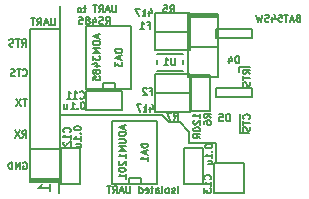
<source format=gbr>
G04 #@! TF.FileFunction,Legend,Bot*
%FSLAX46Y46*%
G04 Gerber Fmt 4.6, Leading zero omitted, Abs format (unit mm)*
G04 Created by KiCad (PCBNEW (after 2015-mar-04 BZR unknown)-product) date 16.05.2015 18:47:26*
%MOMM*%
G01*
G04 APERTURE LIST*
%ADD10C,0.100000*%
%ADD11C,0.150000*%
%ADD12C,0.127000*%
%ADD13C,0.149860*%
G04 APERTURE END LIST*
D10*
D11*
X177500000Y-91400000D02*
X178300000Y-91400000D01*
X177500000Y-89800000D02*
X177500000Y-91400000D01*
X177400000Y-85800000D02*
X177400000Y-86200000D01*
X178400000Y-85800000D02*
X177400000Y-85800000D01*
X167057143Y-80576429D02*
X167057143Y-81062143D01*
X167028571Y-81119286D01*
X167000000Y-81147857D01*
X166942857Y-81176429D01*
X166828571Y-81176429D01*
X166771429Y-81147857D01*
X166742857Y-81119286D01*
X166714286Y-81062143D01*
X166714286Y-80576429D01*
X166457143Y-81005000D02*
X166171429Y-81005000D01*
X166514286Y-81176429D02*
X166314286Y-80576429D01*
X166114286Y-81176429D01*
X165571429Y-81176429D02*
X165771429Y-80890714D01*
X165914286Y-81176429D02*
X165914286Y-80576429D01*
X165685714Y-80576429D01*
X165628572Y-80605000D01*
X165600000Y-80633571D01*
X165571429Y-80690714D01*
X165571429Y-80776429D01*
X165600000Y-80833571D01*
X165628572Y-80862143D01*
X165685714Y-80890714D01*
X165914286Y-80890714D01*
X165400000Y-80576429D02*
X165057143Y-80576429D01*
X165228572Y-81176429D02*
X165228572Y-80576429D01*
X164485714Y-80776429D02*
X164257143Y-80776429D01*
X164400000Y-80576429D02*
X164400000Y-81090714D01*
X164371428Y-81147857D01*
X164314286Y-81176429D01*
X164257143Y-81176429D01*
X163971429Y-81176429D02*
X164028571Y-81147857D01*
X164057143Y-81119286D01*
X164085714Y-81062143D01*
X164085714Y-80890714D01*
X164057143Y-80833571D01*
X164028571Y-80805000D01*
X163971429Y-80776429D01*
X163885714Y-80776429D01*
X163828571Y-80805000D01*
X163800000Y-80833571D01*
X163771429Y-80890714D01*
X163771429Y-81062143D01*
X163800000Y-81119286D01*
X163828571Y-81147857D01*
X163885714Y-81176429D01*
X163971429Y-81176429D01*
X166157144Y-82166429D02*
X166357144Y-81880714D01*
X166500001Y-82166429D02*
X166500001Y-81566429D01*
X166271429Y-81566429D01*
X166214287Y-81595000D01*
X166185715Y-81623571D01*
X166157144Y-81680714D01*
X166157144Y-81766429D01*
X166185715Y-81823571D01*
X166214287Y-81852143D01*
X166271429Y-81880714D01*
X166500001Y-81880714D01*
X165928572Y-82137857D02*
X165842858Y-82166429D01*
X165700001Y-82166429D01*
X165642858Y-82137857D01*
X165614287Y-82109286D01*
X165585715Y-82052143D01*
X165585715Y-81995000D01*
X165614287Y-81937857D01*
X165642858Y-81909286D01*
X165700001Y-81880714D01*
X165814287Y-81852143D01*
X165871429Y-81823571D01*
X165900001Y-81795000D01*
X165928572Y-81737857D01*
X165928572Y-81680714D01*
X165900001Y-81623571D01*
X165871429Y-81595000D01*
X165814287Y-81566429D01*
X165671429Y-81566429D01*
X165585715Y-81595000D01*
X165071429Y-81766429D02*
X165071429Y-82166429D01*
X165214286Y-81537857D02*
X165357143Y-81966429D01*
X164985715Y-81966429D01*
X164671429Y-81823571D02*
X164728571Y-81795000D01*
X164757143Y-81766429D01*
X164785714Y-81709286D01*
X164785714Y-81680714D01*
X164757143Y-81623571D01*
X164728571Y-81595000D01*
X164671429Y-81566429D01*
X164557143Y-81566429D01*
X164500000Y-81595000D01*
X164471429Y-81623571D01*
X164442857Y-81680714D01*
X164442857Y-81709286D01*
X164471429Y-81766429D01*
X164500000Y-81795000D01*
X164557143Y-81823571D01*
X164671429Y-81823571D01*
X164728571Y-81852143D01*
X164757143Y-81880714D01*
X164785714Y-81937857D01*
X164785714Y-82052143D01*
X164757143Y-82109286D01*
X164728571Y-82137857D01*
X164671429Y-82166429D01*
X164557143Y-82166429D01*
X164500000Y-82137857D01*
X164471429Y-82109286D01*
X164442857Y-82052143D01*
X164442857Y-81937857D01*
X164471429Y-81880714D01*
X164500000Y-81852143D01*
X164557143Y-81823571D01*
X163900000Y-81566429D02*
X164185714Y-81566429D01*
X164214285Y-81852143D01*
X164185714Y-81823571D01*
X164128571Y-81795000D01*
X163985714Y-81795000D01*
X163928571Y-81823571D01*
X163900000Y-81852143D01*
X163871428Y-81909286D01*
X163871428Y-82052143D01*
X163900000Y-82109286D01*
X163928571Y-82137857D01*
X163985714Y-82166429D01*
X164128571Y-82166429D01*
X164185714Y-82137857D01*
X164214285Y-82109286D01*
X162300000Y-82600000D02*
X162300000Y-80600000D01*
X172271428Y-96471429D02*
X172271428Y-95871429D01*
X172014285Y-96442857D02*
X171957142Y-96471429D01*
X171842857Y-96471429D01*
X171785714Y-96442857D01*
X171757142Y-96385714D01*
X171757142Y-96357143D01*
X171785714Y-96300000D01*
X171842857Y-96271429D01*
X171928571Y-96271429D01*
X171985714Y-96242857D01*
X172014285Y-96185714D01*
X172014285Y-96157143D01*
X171985714Y-96100000D01*
X171928571Y-96071429D01*
X171842857Y-96071429D01*
X171785714Y-96100000D01*
X171414286Y-96471429D02*
X171471428Y-96442857D01*
X171500000Y-96414286D01*
X171528571Y-96357143D01*
X171528571Y-96185714D01*
X171500000Y-96128571D01*
X171471428Y-96100000D01*
X171414286Y-96071429D01*
X171328571Y-96071429D01*
X171271428Y-96100000D01*
X171242857Y-96128571D01*
X171214286Y-96185714D01*
X171214286Y-96357143D01*
X171242857Y-96414286D01*
X171271428Y-96442857D01*
X171328571Y-96471429D01*
X171414286Y-96471429D01*
X170871429Y-96471429D02*
X170928571Y-96442857D01*
X170957143Y-96385714D01*
X170957143Y-95871429D01*
X170385714Y-96471429D02*
X170385714Y-96157143D01*
X170414285Y-96100000D01*
X170471428Y-96071429D01*
X170585714Y-96071429D01*
X170642857Y-96100000D01*
X170385714Y-96442857D02*
X170442857Y-96471429D01*
X170585714Y-96471429D01*
X170642857Y-96442857D01*
X170671428Y-96385714D01*
X170671428Y-96328571D01*
X170642857Y-96271429D01*
X170585714Y-96242857D01*
X170442857Y-96242857D01*
X170385714Y-96214286D01*
X170185714Y-96071429D02*
X169957143Y-96071429D01*
X170100000Y-95871429D02*
X170100000Y-96385714D01*
X170071428Y-96442857D01*
X170014286Y-96471429D01*
X169957143Y-96471429D01*
X169528571Y-96442857D02*
X169585714Y-96471429D01*
X169700000Y-96471429D01*
X169757143Y-96442857D01*
X169785714Y-96385714D01*
X169785714Y-96157143D01*
X169757143Y-96100000D01*
X169700000Y-96071429D01*
X169585714Y-96071429D01*
X169528571Y-96100000D01*
X169500000Y-96157143D01*
X169500000Y-96214286D01*
X169785714Y-96271429D01*
X168985714Y-96471429D02*
X168985714Y-95871429D01*
X168985714Y-96442857D02*
X169042857Y-96471429D01*
X169157143Y-96471429D01*
X169214285Y-96442857D01*
X169242857Y-96414286D01*
X169271428Y-96357143D01*
X169271428Y-96185714D01*
X169242857Y-96128571D01*
X169214285Y-96100000D01*
X169157143Y-96071429D01*
X169042857Y-96071429D01*
X168985714Y-96100000D01*
X168242857Y-95871429D02*
X168242857Y-96357143D01*
X168214285Y-96414286D01*
X168185714Y-96442857D01*
X168128571Y-96471429D01*
X168014285Y-96471429D01*
X167957143Y-96442857D01*
X167928571Y-96414286D01*
X167900000Y-96357143D01*
X167900000Y-95871429D01*
X167642857Y-96300000D02*
X167357143Y-96300000D01*
X167700000Y-96471429D02*
X167500000Y-95871429D01*
X167300000Y-96471429D01*
X166757143Y-96471429D02*
X166957143Y-96185714D01*
X167100000Y-96471429D02*
X167100000Y-95871429D01*
X166871428Y-95871429D01*
X166814286Y-95900000D01*
X166785714Y-95928571D01*
X166757143Y-95985714D01*
X166757143Y-96071429D01*
X166785714Y-96128571D01*
X166814286Y-96157143D01*
X166871428Y-96185714D01*
X167100000Y-96185714D01*
X166585714Y-95871429D02*
X166242857Y-95871429D01*
X166414286Y-96471429D02*
X166414286Y-95871429D01*
X175500000Y-92200000D02*
X175500000Y-93900000D01*
X173200000Y-92200000D02*
X175500000Y-92200000D01*
X173200000Y-91300000D02*
X173200000Y-92200000D01*
X172400000Y-90500000D02*
X173200000Y-91300000D01*
X171500000Y-90500000D02*
X172400000Y-90500000D01*
X170900000Y-89900000D02*
X171500000Y-90500000D01*
X162300000Y-89900000D02*
X170900000Y-89900000D01*
X162200000Y-96500000D02*
X162200000Y-95500000D01*
X159157142Y-93900000D02*
X159214285Y-93871429D01*
X159299999Y-93871429D01*
X159385714Y-93900000D01*
X159442856Y-93957143D01*
X159471428Y-94014286D01*
X159499999Y-94128571D01*
X159499999Y-94214286D01*
X159471428Y-94328571D01*
X159442856Y-94385714D01*
X159385714Y-94442857D01*
X159299999Y-94471429D01*
X159242856Y-94471429D01*
X159157142Y-94442857D01*
X159128571Y-94414286D01*
X159128571Y-94214286D01*
X159242856Y-94214286D01*
X158871428Y-94471429D02*
X158871428Y-93871429D01*
X158528571Y-94471429D01*
X158528571Y-93871429D01*
X158242857Y-94471429D02*
X158242857Y-93871429D01*
X158100000Y-93871429D01*
X158014285Y-93900000D01*
X157957143Y-93957143D01*
X157928571Y-94014286D01*
X157900000Y-94128571D01*
X157900000Y-94214286D01*
X157928571Y-94328571D01*
X157957143Y-94385714D01*
X158014285Y-94442857D01*
X158100000Y-94471429D01*
X158242857Y-94471429D01*
X159100000Y-91771429D02*
X159300000Y-91485714D01*
X159442857Y-91771429D02*
X159442857Y-91171429D01*
X159214285Y-91171429D01*
X159157143Y-91200000D01*
X159128571Y-91228571D01*
X159100000Y-91285714D01*
X159100000Y-91371429D01*
X159128571Y-91428571D01*
X159157143Y-91457143D01*
X159214285Y-91485714D01*
X159442857Y-91485714D01*
X158900000Y-91171429D02*
X158500000Y-91771429D01*
X158500000Y-91171429D02*
X158900000Y-91771429D01*
X159457143Y-88471429D02*
X159114286Y-88471429D01*
X159285715Y-89071429D02*
X159285715Y-88471429D01*
X158971429Y-88471429D02*
X158571429Y-89071429D01*
X158571429Y-88471429D02*
X158971429Y-89071429D01*
X159128572Y-86514286D02*
X159157143Y-86542857D01*
X159242857Y-86571429D01*
X159300000Y-86571429D01*
X159385715Y-86542857D01*
X159442857Y-86485714D01*
X159471429Y-86428571D01*
X159500000Y-86314286D01*
X159500000Y-86228571D01*
X159471429Y-86114286D01*
X159442857Y-86057143D01*
X159385715Y-86000000D01*
X159300000Y-85971429D01*
X159242857Y-85971429D01*
X159157143Y-86000000D01*
X159128572Y-86028571D01*
X158957143Y-85971429D02*
X158614286Y-85971429D01*
X158785715Y-86571429D02*
X158785715Y-85971429D01*
X158442857Y-86542857D02*
X158357143Y-86571429D01*
X158214286Y-86571429D01*
X158157143Y-86542857D01*
X158128572Y-86514286D01*
X158100000Y-86457143D01*
X158100000Y-86400000D01*
X158128572Y-86342857D01*
X158157143Y-86314286D01*
X158214286Y-86285714D01*
X158328572Y-86257143D01*
X158385714Y-86228571D01*
X158414286Y-86200000D01*
X158442857Y-86142857D01*
X158442857Y-86085714D01*
X158414286Y-86028571D01*
X158385714Y-86000000D01*
X158328572Y-85971429D01*
X158185714Y-85971429D01*
X158100000Y-86000000D01*
X159028572Y-84071429D02*
X159228572Y-83785714D01*
X159371429Y-84071429D02*
X159371429Y-83471429D01*
X159142857Y-83471429D01*
X159085715Y-83500000D01*
X159057143Y-83528571D01*
X159028572Y-83585714D01*
X159028572Y-83671429D01*
X159057143Y-83728571D01*
X159085715Y-83757143D01*
X159142857Y-83785714D01*
X159371429Y-83785714D01*
X158857143Y-83471429D02*
X158514286Y-83471429D01*
X158685715Y-84071429D02*
X158685715Y-83471429D01*
X158342857Y-84042857D02*
X158257143Y-84071429D01*
X158114286Y-84071429D01*
X158057143Y-84042857D01*
X158028572Y-84014286D01*
X158000000Y-83957143D01*
X158000000Y-83900000D01*
X158028572Y-83842857D01*
X158057143Y-83814286D01*
X158114286Y-83785714D01*
X158228572Y-83757143D01*
X158285714Y-83728571D01*
X158314286Y-83700000D01*
X158342857Y-83642857D01*
X158342857Y-83585714D01*
X158314286Y-83528571D01*
X158285714Y-83500000D01*
X158228572Y-83471429D01*
X158085714Y-83471429D01*
X158000000Y-83500000D01*
X161857143Y-81671429D02*
X161857143Y-82157143D01*
X161828571Y-82214286D01*
X161800000Y-82242857D01*
X161742857Y-82271429D01*
X161628571Y-82271429D01*
X161571429Y-82242857D01*
X161542857Y-82214286D01*
X161514286Y-82157143D01*
X161514286Y-81671429D01*
X161257143Y-82100000D02*
X160971429Y-82100000D01*
X161314286Y-82271429D02*
X161114286Y-81671429D01*
X160914286Y-82271429D01*
X160371429Y-82271429D02*
X160571429Y-81985714D01*
X160714286Y-82271429D02*
X160714286Y-81671429D01*
X160485714Y-81671429D01*
X160428572Y-81700000D01*
X160400000Y-81728571D01*
X160371429Y-81785714D01*
X160371429Y-81871429D01*
X160400000Y-81928571D01*
X160428572Y-81957143D01*
X160485714Y-81985714D01*
X160714286Y-81985714D01*
X160200000Y-81671429D02*
X159857143Y-81671429D01*
X160028572Y-82271429D02*
X160028572Y-81671429D01*
X178314286Y-90171428D02*
X178342857Y-90142857D01*
X178371429Y-90057143D01*
X178371429Y-90000000D01*
X178342857Y-89914285D01*
X178285714Y-89857143D01*
X178228571Y-89828571D01*
X178114286Y-89800000D01*
X178028571Y-89800000D01*
X177914286Y-89828571D01*
X177857143Y-89857143D01*
X177800000Y-89914285D01*
X177771429Y-90000000D01*
X177771429Y-90057143D01*
X177800000Y-90142857D01*
X177828571Y-90171428D01*
X177771429Y-90342857D02*
X177771429Y-90685714D01*
X178371429Y-90514285D02*
X177771429Y-90514285D01*
X178342857Y-90857143D02*
X178371429Y-90942857D01*
X178371429Y-91085714D01*
X178342857Y-91142857D01*
X178314286Y-91171428D01*
X178257143Y-91200000D01*
X178200000Y-91200000D01*
X178142857Y-91171428D01*
X178114286Y-91142857D01*
X178085714Y-91085714D01*
X178057143Y-90971428D01*
X178028571Y-90914286D01*
X178000000Y-90885714D01*
X177942857Y-90857143D01*
X177885714Y-90857143D01*
X177828571Y-90885714D01*
X177800000Y-90914286D01*
X177771429Y-90971428D01*
X177771429Y-91114286D01*
X177800000Y-91200000D01*
X178371429Y-86371428D02*
X178085714Y-86171428D01*
X178371429Y-86028571D02*
X177771429Y-86028571D01*
X177771429Y-86257143D01*
X177800000Y-86314285D01*
X177828571Y-86342857D01*
X177885714Y-86371428D01*
X177971429Y-86371428D01*
X178028571Y-86342857D01*
X178057143Y-86314285D01*
X178085714Y-86257143D01*
X178085714Y-86028571D01*
X177771429Y-86542857D02*
X177771429Y-86885714D01*
X178371429Y-86714285D02*
X177771429Y-86714285D01*
X178342857Y-87057143D02*
X178371429Y-87142857D01*
X178371429Y-87285714D01*
X178342857Y-87342857D01*
X178314286Y-87371428D01*
X178257143Y-87400000D01*
X178200000Y-87400000D01*
X178142857Y-87371428D01*
X178114286Y-87342857D01*
X178085714Y-87285714D01*
X178057143Y-87171428D01*
X178028571Y-87114286D01*
X178000000Y-87085714D01*
X177942857Y-87057143D01*
X177885714Y-87057143D01*
X177828571Y-87085714D01*
X177800000Y-87114286D01*
X177771429Y-87171428D01*
X177771429Y-87314286D01*
X177800000Y-87400000D01*
X167500000Y-88600000D02*
X167500000Y-87800000D01*
X167500000Y-87800000D02*
X164500000Y-87800000D01*
X164500000Y-87800000D02*
X164500000Y-89400000D01*
X164500000Y-89400000D02*
X167500000Y-89400000D01*
X167500000Y-89400000D02*
X167500000Y-88600000D01*
X163200000Y-92700000D02*
X162400000Y-92700000D01*
X162400000Y-92700000D02*
X162400000Y-95700000D01*
X162400000Y-95700000D02*
X164000000Y-95700000D01*
X164000000Y-95700000D02*
X164000000Y-92700000D01*
X164000000Y-92700000D02*
X163200000Y-92700000D01*
X173600000Y-92700000D02*
X172800000Y-92700000D01*
X172800000Y-92700000D02*
X172800000Y-95700000D01*
X172800000Y-95700000D02*
X174400000Y-95700000D01*
X174400000Y-95700000D02*
X174400000Y-92700000D01*
X174400000Y-92700000D02*
X173600000Y-92700000D01*
D12*
X178524000Y-82619000D02*
X175476000Y-82619000D01*
X175476000Y-82619000D02*
X175476000Y-83381000D01*
X175476000Y-83381000D02*
X178524000Y-83381000D01*
X178524000Y-83381000D02*
X178524000Y-82619000D01*
X175476000Y-88381000D02*
X178524000Y-88381000D01*
X178524000Y-88381000D02*
X178524000Y-87619000D01*
X178524000Y-87619000D02*
X175476000Y-87619000D01*
X175476000Y-87619000D02*
X175476000Y-88381000D01*
X166822000Y-95667000D02*
X166695000Y-95667000D01*
X166695000Y-95667000D02*
X166695000Y-90333000D01*
X170505000Y-90333000D02*
X170505000Y-95667000D01*
X170505000Y-95667000D02*
X166822000Y-95667000D01*
X169108000Y-95667000D02*
X169108000Y-95159000D01*
X169108000Y-95159000D02*
X168092000Y-95159000D01*
X168092000Y-95159000D02*
X168092000Y-95667000D01*
X170505000Y-90333000D02*
X166695000Y-90333000D01*
X164622000Y-87667000D02*
X164495000Y-87667000D01*
X164495000Y-87667000D02*
X164495000Y-82333000D01*
X168305000Y-82333000D02*
X168305000Y-87667000D01*
X168305000Y-87667000D02*
X164622000Y-87667000D01*
X166908000Y-87667000D02*
X166908000Y-87159000D01*
X166908000Y-87159000D02*
X165892000Y-87159000D01*
X165892000Y-87159000D02*
X165892000Y-87667000D01*
X168305000Y-82333000D02*
X164495000Y-82333000D01*
D11*
X173300000Y-83600000D02*
X173300000Y-82800000D01*
X173300000Y-82800000D02*
X170300000Y-82800000D01*
X170300000Y-82800000D02*
X170300000Y-84400000D01*
X170300000Y-84400000D02*
X173300000Y-84400000D01*
X173300000Y-84400000D02*
X173300000Y-83600000D01*
X173300000Y-87200000D02*
X173300000Y-86400000D01*
X173300000Y-86400000D02*
X170300000Y-86400000D01*
X170300000Y-86400000D02*
X170300000Y-88000000D01*
X170300000Y-88000000D02*
X173300000Y-88000000D01*
X173300000Y-88000000D02*
X173300000Y-87200000D01*
X174200000Y-86500000D02*
X173400000Y-86500000D01*
X173400000Y-86500000D02*
X173400000Y-89500000D01*
X173400000Y-89500000D02*
X175000000Y-89500000D01*
X175000000Y-89500000D02*
X175000000Y-86500000D01*
X175000000Y-86500000D02*
X174200000Y-86500000D01*
D13*
X170500180Y-84698960D02*
X172699820Y-84698960D01*
X172699820Y-85549860D02*
X172699820Y-85250140D01*
X170500180Y-86101040D02*
X172699820Y-86101040D01*
X170500180Y-85549860D02*
X170500180Y-85250140D01*
D11*
X162270000Y-85110000D02*
X162270000Y-82570000D01*
X162270000Y-82570000D02*
X159730000Y-82570000D01*
X159730000Y-82570000D02*
X159730000Y-85110000D01*
X159730000Y-92730000D02*
X162270000Y-92730000D01*
X159730000Y-95524000D02*
X159730000Y-85110000D01*
X162270000Y-85110000D02*
X162270000Y-95524000D01*
X162270000Y-95524000D02*
X159730000Y-95524000D01*
X159730000Y-95524000D02*
X159730000Y-95397000D01*
X159730000Y-95397000D02*
X162270000Y-95397000D01*
X162270000Y-95397000D02*
X162270000Y-95270000D01*
X162270000Y-95270000D02*
X159730000Y-95270000D01*
X175330000Y-93930000D02*
X177870000Y-93930000D01*
X177870000Y-93930000D02*
X177870000Y-96470000D01*
X177870000Y-96470000D02*
X175330000Y-96470000D01*
X175330000Y-96470000D02*
X175330000Y-93930000D01*
X170300000Y-82000000D02*
X170300000Y-82800000D01*
X170300000Y-82800000D02*
X173300000Y-82800000D01*
X173300000Y-82800000D02*
X173300000Y-81200000D01*
X173300000Y-81200000D02*
X170300000Y-81200000D01*
X170300000Y-81200000D02*
X170300000Y-82000000D01*
X173300000Y-88800000D02*
X173300000Y-88000000D01*
X173300000Y-88000000D02*
X170300000Y-88000000D01*
X170300000Y-88000000D02*
X170300000Y-89600000D01*
X170300000Y-89600000D02*
X173300000Y-89600000D01*
X173300000Y-89600000D02*
X173300000Y-88800000D01*
X175670000Y-84070000D02*
X173130000Y-84070000D01*
X175670000Y-81276000D02*
X175670000Y-86610000D01*
X175670000Y-86610000D02*
X173130000Y-86610000D01*
X173130000Y-86610000D02*
X173130000Y-81276000D01*
X173130000Y-81276000D02*
X175670000Y-81276000D01*
X175670000Y-81276000D02*
X175670000Y-81403000D01*
X175670000Y-81403000D02*
X173130000Y-81403000D01*
X173130000Y-81403000D02*
X173130000Y-81530000D01*
X173130000Y-81530000D02*
X175670000Y-81530000D01*
X163985715Y-88414286D02*
X164014286Y-88442857D01*
X164100000Y-88471429D01*
X164157143Y-88471429D01*
X164242858Y-88442857D01*
X164300000Y-88385714D01*
X164328572Y-88328571D01*
X164357143Y-88214286D01*
X164357143Y-88128571D01*
X164328572Y-88014286D01*
X164300000Y-87957143D01*
X164242858Y-87900000D01*
X164157143Y-87871429D01*
X164100000Y-87871429D01*
X164014286Y-87900000D01*
X163985715Y-87928571D01*
X163414286Y-88471429D02*
X163757143Y-88471429D01*
X163585715Y-88471429D02*
X163585715Y-87871429D01*
X163642858Y-87957143D01*
X163700000Y-88014286D01*
X163757143Y-88042857D01*
X162842857Y-88471429D02*
X163185714Y-88471429D01*
X163014286Y-88471429D02*
X163014286Y-87871429D01*
X163071429Y-87957143D01*
X163128571Y-88014286D01*
X163185714Y-88042857D01*
X164228571Y-88771429D02*
X164171428Y-88771429D01*
X164114285Y-88800000D01*
X164085714Y-88828571D01*
X164057143Y-88885714D01*
X164028571Y-89000000D01*
X164028571Y-89142857D01*
X164057143Y-89257143D01*
X164085714Y-89314286D01*
X164114285Y-89342857D01*
X164171428Y-89371429D01*
X164228571Y-89371429D01*
X164285714Y-89342857D01*
X164314285Y-89314286D01*
X164342857Y-89257143D01*
X164371428Y-89142857D01*
X164371428Y-89000000D01*
X164342857Y-88885714D01*
X164314285Y-88828571D01*
X164285714Y-88800000D01*
X164228571Y-88771429D01*
X163771428Y-89314286D02*
X163742856Y-89342857D01*
X163771428Y-89371429D01*
X163799999Y-89342857D01*
X163771428Y-89314286D01*
X163771428Y-89371429D01*
X163171428Y-89371429D02*
X163514285Y-89371429D01*
X163342857Y-89371429D02*
X163342857Y-88771429D01*
X163400000Y-88857143D01*
X163457142Y-88914286D01*
X163514285Y-88942857D01*
X162657142Y-88971429D02*
X162657142Y-89371429D01*
X162914285Y-88971429D02*
X162914285Y-89285714D01*
X162885713Y-89342857D01*
X162828571Y-89371429D01*
X162742856Y-89371429D01*
X162685713Y-89342857D01*
X162657142Y-89314286D01*
X163114286Y-91314285D02*
X163142857Y-91285714D01*
X163171429Y-91200000D01*
X163171429Y-91142857D01*
X163142857Y-91057142D01*
X163085714Y-91000000D01*
X163028571Y-90971428D01*
X162914286Y-90942857D01*
X162828571Y-90942857D01*
X162714286Y-90971428D01*
X162657143Y-91000000D01*
X162600000Y-91057142D01*
X162571429Y-91142857D01*
X162571429Y-91200000D01*
X162600000Y-91285714D01*
X162628571Y-91314285D01*
X163171429Y-91885714D02*
X163171429Y-91542857D01*
X163171429Y-91714285D02*
X162571429Y-91714285D01*
X162657143Y-91657142D01*
X162714286Y-91600000D01*
X162742857Y-91542857D01*
X162628571Y-92114286D02*
X162600000Y-92142857D01*
X162571429Y-92200000D01*
X162571429Y-92342857D01*
X162600000Y-92400000D01*
X162628571Y-92428571D01*
X162685714Y-92457143D01*
X162742857Y-92457143D01*
X162828571Y-92428571D01*
X163171429Y-92085714D01*
X163171429Y-92457143D01*
X163471429Y-90971429D02*
X163471429Y-91028572D01*
X163500000Y-91085715D01*
X163528571Y-91114286D01*
X163585714Y-91142857D01*
X163700000Y-91171429D01*
X163842857Y-91171429D01*
X163957143Y-91142857D01*
X164014286Y-91114286D01*
X164042857Y-91085715D01*
X164071429Y-91028572D01*
X164071429Y-90971429D01*
X164042857Y-90914286D01*
X164014286Y-90885715D01*
X163957143Y-90857143D01*
X163842857Y-90828572D01*
X163700000Y-90828572D01*
X163585714Y-90857143D01*
X163528571Y-90885715D01*
X163500000Y-90914286D01*
X163471429Y-90971429D01*
X164014286Y-91428572D02*
X164042857Y-91457144D01*
X164071429Y-91428572D01*
X164042857Y-91400001D01*
X164014286Y-91428572D01*
X164071429Y-91428572D01*
X164071429Y-92028572D02*
X164071429Y-91685715D01*
X164071429Y-91857143D02*
X163471429Y-91857143D01*
X163557143Y-91800000D01*
X163614286Y-91742858D01*
X163642857Y-91685715D01*
X163671429Y-92542858D02*
X164071429Y-92542858D01*
X163671429Y-92285715D02*
X163985714Y-92285715D01*
X164042857Y-92314287D01*
X164071429Y-92371429D01*
X164071429Y-92457144D01*
X164042857Y-92514287D01*
X164014286Y-92542858D01*
X175014286Y-95314285D02*
X175042857Y-95285714D01*
X175071429Y-95200000D01*
X175071429Y-95142857D01*
X175042857Y-95057142D01*
X174985714Y-95000000D01*
X174928571Y-94971428D01*
X174814286Y-94942857D01*
X174728571Y-94942857D01*
X174614286Y-94971428D01*
X174557143Y-95000000D01*
X174500000Y-95057142D01*
X174471429Y-95142857D01*
X174471429Y-95200000D01*
X174500000Y-95285714D01*
X174528571Y-95314285D01*
X175071429Y-95885714D02*
X175071429Y-95542857D01*
X175071429Y-95714285D02*
X174471429Y-95714285D01*
X174557143Y-95657142D01*
X174614286Y-95600000D01*
X174642857Y-95542857D01*
X174471429Y-96085714D02*
X174471429Y-96457143D01*
X174700000Y-96257143D01*
X174700000Y-96342857D01*
X174728571Y-96400000D01*
X174757143Y-96428571D01*
X174814286Y-96457143D01*
X174957143Y-96457143D01*
X175014286Y-96428571D01*
X175042857Y-96400000D01*
X175071429Y-96342857D01*
X175071429Y-96171429D01*
X175042857Y-96114286D01*
X175014286Y-96085714D01*
X174571429Y-92471429D02*
X174571429Y-92528572D01*
X174600000Y-92585715D01*
X174628571Y-92614286D01*
X174685714Y-92642857D01*
X174800000Y-92671429D01*
X174942857Y-92671429D01*
X175057143Y-92642857D01*
X175114286Y-92614286D01*
X175142857Y-92585715D01*
X175171429Y-92528572D01*
X175171429Y-92471429D01*
X175142857Y-92414286D01*
X175114286Y-92385715D01*
X175057143Y-92357143D01*
X174942857Y-92328572D01*
X174800000Y-92328572D01*
X174685714Y-92357143D01*
X174628571Y-92385715D01*
X174600000Y-92414286D01*
X174571429Y-92471429D01*
X175114286Y-92928572D02*
X175142857Y-92957144D01*
X175171429Y-92928572D01*
X175142857Y-92900001D01*
X175114286Y-92928572D01*
X175171429Y-92928572D01*
X175171429Y-93528572D02*
X175171429Y-93185715D01*
X175171429Y-93357143D02*
X174571429Y-93357143D01*
X174657143Y-93300000D01*
X174714286Y-93242858D01*
X174742857Y-93185715D01*
X174771429Y-94042858D02*
X175171429Y-94042858D01*
X174771429Y-93785715D02*
X175085714Y-93785715D01*
X175142857Y-93814287D01*
X175171429Y-93871429D01*
X175171429Y-93957144D01*
X175142857Y-94014287D01*
X175114286Y-94042858D01*
X177442857Y-85471429D02*
X177442857Y-84871429D01*
X177300000Y-84871429D01*
X177214285Y-84900000D01*
X177157143Y-84957143D01*
X177128571Y-85014286D01*
X177100000Y-85128571D01*
X177100000Y-85214286D01*
X177128571Y-85328571D01*
X177157143Y-85385714D01*
X177214285Y-85442857D01*
X177300000Y-85471429D01*
X177442857Y-85471429D01*
X176585714Y-85071429D02*
X176585714Y-85471429D01*
X176728571Y-84842857D02*
X176871428Y-85271429D01*
X176500000Y-85271429D01*
D13*
X182441323Y-81657183D02*
X182355689Y-81685728D01*
X182327144Y-81714272D01*
X182298599Y-81771362D01*
X182298599Y-81856996D01*
X182327144Y-81914086D01*
X182355689Y-81942630D01*
X182412778Y-81971175D01*
X182641136Y-81971175D01*
X182641136Y-81371735D01*
X182441323Y-81371735D01*
X182384233Y-81400280D01*
X182355689Y-81428825D01*
X182327144Y-81485914D01*
X182327144Y-81543004D01*
X182355689Y-81600093D01*
X182384233Y-81628638D01*
X182441323Y-81657183D01*
X182641136Y-81657183D01*
X182070241Y-81799907D02*
X181784793Y-81799907D01*
X182127330Y-81971175D02*
X181927517Y-81371735D01*
X181727704Y-81971175D01*
X181613524Y-81371735D02*
X181270987Y-81371735D01*
X181442256Y-81971175D02*
X181442256Y-81371735D01*
X180785727Y-81371735D02*
X181071174Y-81371735D01*
X181099719Y-81657183D01*
X181071174Y-81628638D01*
X181014085Y-81600093D01*
X180871361Y-81600093D01*
X180814271Y-81628638D01*
X180785727Y-81657183D01*
X180757182Y-81714272D01*
X180757182Y-81856996D01*
X180785727Y-81914086D01*
X180814271Y-81942630D01*
X180871361Y-81971175D01*
X181014085Y-81971175D01*
X181071174Y-81942630D01*
X181099719Y-81914086D01*
X180243376Y-81571549D02*
X180243376Y-81971175D01*
X180386100Y-81343190D02*
X180528824Y-81771362D01*
X180157742Y-81771362D01*
X179957929Y-81942630D02*
X179872295Y-81971175D01*
X179729571Y-81971175D01*
X179672481Y-81942630D01*
X179643937Y-81914086D01*
X179615392Y-81856996D01*
X179615392Y-81799907D01*
X179643937Y-81742817D01*
X179672481Y-81714272D01*
X179729571Y-81685728D01*
X179843750Y-81657183D01*
X179900839Y-81628638D01*
X179929384Y-81600093D01*
X179957929Y-81543004D01*
X179957929Y-81485914D01*
X179929384Y-81428825D01*
X179900839Y-81400280D01*
X179843750Y-81371735D01*
X179701026Y-81371735D01*
X179615392Y-81400280D01*
X179415579Y-81371735D02*
X179272855Y-81971175D01*
X179158676Y-81543004D01*
X179044497Y-81971175D01*
X178901773Y-81371735D01*
D11*
X176642857Y-90371429D02*
X176642857Y-89771429D01*
X176500000Y-89771429D01*
X176414285Y-89800000D01*
X176357143Y-89857143D01*
X176328571Y-89914286D01*
X176300000Y-90028571D01*
X176300000Y-90114286D01*
X176328571Y-90228571D01*
X176357143Y-90285714D01*
X176414285Y-90342857D01*
X176500000Y-90371429D01*
X176642857Y-90371429D01*
X175757143Y-89771429D02*
X176042857Y-89771429D01*
X176071428Y-90057143D01*
X176042857Y-90028571D01*
X175985714Y-90000000D01*
X175842857Y-90000000D01*
X175785714Y-90028571D01*
X175757143Y-90057143D01*
X175728571Y-90114286D01*
X175728571Y-90257143D01*
X175757143Y-90314286D01*
X175785714Y-90342857D01*
X175842857Y-90371429D01*
X175985714Y-90371429D01*
X176042857Y-90342857D01*
X176071428Y-90314286D01*
X169760429Y-92300000D02*
X169160429Y-92300000D01*
X169160429Y-92442857D01*
X169189000Y-92528572D01*
X169246143Y-92585714D01*
X169303286Y-92614286D01*
X169417571Y-92642857D01*
X169503286Y-92642857D01*
X169617571Y-92614286D01*
X169674714Y-92585714D01*
X169731857Y-92528572D01*
X169760429Y-92442857D01*
X169760429Y-92300000D01*
X169589000Y-92871429D02*
X169589000Y-93157143D01*
X169760429Y-92814286D02*
X169160429Y-93014286D01*
X169760429Y-93214286D01*
X169760429Y-93728572D02*
X169760429Y-93385715D01*
X169760429Y-93557143D02*
X169160429Y-93557143D01*
X169246143Y-93500000D01*
X169303286Y-93442858D01*
X169331857Y-93385715D01*
X167684000Y-90757143D02*
X167684000Y-91042857D01*
X167855429Y-90700000D02*
X167255429Y-90900000D01*
X167855429Y-91100000D01*
X167855429Y-91300000D02*
X167255429Y-91300000D01*
X167255429Y-91442857D01*
X167284000Y-91528572D01*
X167341143Y-91585714D01*
X167398286Y-91614286D01*
X167512571Y-91642857D01*
X167598286Y-91642857D01*
X167712571Y-91614286D01*
X167769714Y-91585714D01*
X167826857Y-91528572D01*
X167855429Y-91442857D01*
X167855429Y-91300000D01*
X167255429Y-91900000D02*
X167741143Y-91900000D01*
X167798286Y-91928572D01*
X167826857Y-91957143D01*
X167855429Y-92014286D01*
X167855429Y-92128572D01*
X167826857Y-92185714D01*
X167798286Y-92214286D01*
X167741143Y-92242857D01*
X167255429Y-92242857D01*
X167855429Y-92528571D02*
X167255429Y-92528571D01*
X167684000Y-92728571D01*
X167255429Y-92928571D01*
X167855429Y-92928571D01*
X167855429Y-93528571D02*
X167855429Y-93185714D01*
X167855429Y-93357142D02*
X167255429Y-93357142D01*
X167341143Y-93299999D01*
X167398286Y-93242857D01*
X167426857Y-93185714D01*
X167312571Y-93757143D02*
X167284000Y-93785714D01*
X167255429Y-93842857D01*
X167255429Y-93985714D01*
X167284000Y-94042857D01*
X167312571Y-94071428D01*
X167369714Y-94100000D01*
X167426857Y-94100000D01*
X167512571Y-94071428D01*
X167855429Y-93728571D01*
X167855429Y-94100000D01*
X167255429Y-94471429D02*
X167255429Y-94528572D01*
X167284000Y-94585715D01*
X167312571Y-94614286D01*
X167369714Y-94642857D01*
X167484000Y-94671429D01*
X167626857Y-94671429D01*
X167741143Y-94642857D01*
X167798286Y-94614286D01*
X167826857Y-94585715D01*
X167855429Y-94528572D01*
X167855429Y-94471429D01*
X167826857Y-94414286D01*
X167798286Y-94385715D01*
X167741143Y-94357143D01*
X167626857Y-94328572D01*
X167484000Y-94328572D01*
X167369714Y-94357143D01*
X167312571Y-94385715D01*
X167284000Y-94414286D01*
X167255429Y-94471429D01*
X167855429Y-95242858D02*
X167855429Y-94900001D01*
X167855429Y-95071429D02*
X167255429Y-95071429D01*
X167341143Y-95014286D01*
X167398286Y-94957144D01*
X167426857Y-94900001D01*
X167560429Y-84300000D02*
X166960429Y-84300000D01*
X166960429Y-84442857D01*
X166989000Y-84528572D01*
X167046143Y-84585714D01*
X167103286Y-84614286D01*
X167217571Y-84642857D01*
X167303286Y-84642857D01*
X167417571Y-84614286D01*
X167474714Y-84585714D01*
X167531857Y-84528572D01*
X167560429Y-84442857D01*
X167560429Y-84300000D01*
X167389000Y-84871429D02*
X167389000Y-85157143D01*
X167560429Y-84814286D02*
X166960429Y-85014286D01*
X167560429Y-85214286D01*
X166960429Y-85357143D02*
X166960429Y-85728572D01*
X167189000Y-85528572D01*
X167189000Y-85614286D01*
X167217571Y-85671429D01*
X167246143Y-85700000D01*
X167303286Y-85728572D01*
X167446143Y-85728572D01*
X167503286Y-85700000D01*
X167531857Y-85671429D01*
X167560429Y-85614286D01*
X167560429Y-85442858D01*
X167531857Y-85385715D01*
X167503286Y-85357143D01*
X165484000Y-83071428D02*
X165484000Y-83357142D01*
X165655429Y-83014285D02*
X165055429Y-83214285D01*
X165655429Y-83414285D01*
X165655429Y-83614285D02*
X165055429Y-83614285D01*
X165055429Y-83757142D01*
X165084000Y-83842857D01*
X165141143Y-83899999D01*
X165198286Y-83928571D01*
X165312571Y-83957142D01*
X165398286Y-83957142D01*
X165512571Y-83928571D01*
X165569714Y-83899999D01*
X165626857Y-83842857D01*
X165655429Y-83757142D01*
X165655429Y-83614285D01*
X165655429Y-84214285D02*
X165055429Y-84214285D01*
X165484000Y-84414285D01*
X165055429Y-84614285D01*
X165655429Y-84614285D01*
X165055429Y-84842856D02*
X165055429Y-85214285D01*
X165284000Y-85014285D01*
X165284000Y-85099999D01*
X165312571Y-85157142D01*
X165341143Y-85185713D01*
X165398286Y-85214285D01*
X165541143Y-85214285D01*
X165598286Y-85185713D01*
X165626857Y-85157142D01*
X165655429Y-85099999D01*
X165655429Y-84928571D01*
X165626857Y-84871428D01*
X165598286Y-84842856D01*
X165255429Y-85728571D02*
X165655429Y-85728571D01*
X165026857Y-85585714D02*
X165455429Y-85442857D01*
X165455429Y-85814285D01*
X165312571Y-86128571D02*
X165284000Y-86071429D01*
X165255429Y-86042857D01*
X165198286Y-86014286D01*
X165169714Y-86014286D01*
X165112571Y-86042857D01*
X165084000Y-86071429D01*
X165055429Y-86128571D01*
X165055429Y-86242857D01*
X165084000Y-86300000D01*
X165112571Y-86328571D01*
X165169714Y-86357143D01*
X165198286Y-86357143D01*
X165255429Y-86328571D01*
X165284000Y-86300000D01*
X165312571Y-86242857D01*
X165312571Y-86128571D01*
X165341143Y-86071429D01*
X165369714Y-86042857D01*
X165426857Y-86014286D01*
X165541143Y-86014286D01*
X165598286Y-86042857D01*
X165626857Y-86071429D01*
X165655429Y-86128571D01*
X165655429Y-86242857D01*
X165626857Y-86300000D01*
X165598286Y-86328571D01*
X165541143Y-86357143D01*
X165426857Y-86357143D01*
X165369714Y-86328571D01*
X165341143Y-86300000D01*
X165312571Y-86242857D01*
X165055429Y-86900000D02*
X165055429Y-86614286D01*
X165341143Y-86585715D01*
X165312571Y-86614286D01*
X165284000Y-86671429D01*
X165284000Y-86814286D01*
X165312571Y-86871429D01*
X165341143Y-86900000D01*
X165398286Y-86928572D01*
X165541143Y-86928572D01*
X165598286Y-86900000D01*
X165626857Y-86871429D01*
X165655429Y-86814286D01*
X165655429Y-86671429D01*
X165626857Y-86614286D01*
X165598286Y-86585715D01*
X169700000Y-82257143D02*
X169900000Y-82257143D01*
X169900000Y-82571429D02*
X169900000Y-81971429D01*
X169614286Y-81971429D01*
X169071428Y-82571429D02*
X169414285Y-82571429D01*
X169242857Y-82571429D02*
X169242857Y-81971429D01*
X169300000Y-82057143D01*
X169357142Y-82114286D01*
X169414285Y-82142857D01*
X169900000Y-87857143D02*
X170100000Y-87857143D01*
X170100000Y-88171429D02*
X170100000Y-87571429D01*
X169814286Y-87571429D01*
X169614285Y-87628571D02*
X169585714Y-87600000D01*
X169528571Y-87571429D01*
X169385714Y-87571429D01*
X169328571Y-87600000D01*
X169300000Y-87628571D01*
X169271428Y-87685714D01*
X169271428Y-87742857D01*
X169300000Y-87828571D01*
X169642857Y-88171429D01*
X169271428Y-88171429D01*
X175071429Y-90100000D02*
X174785714Y-89900000D01*
X175071429Y-89757143D02*
X174471429Y-89757143D01*
X174471429Y-89985715D01*
X174500000Y-90042857D01*
X174528571Y-90071429D01*
X174585714Y-90100000D01*
X174671429Y-90100000D01*
X174728571Y-90071429D01*
X174757143Y-90042857D01*
X174785714Y-89985715D01*
X174785714Y-89757143D01*
X174471429Y-90614286D02*
X174471429Y-90500000D01*
X174500000Y-90442857D01*
X174528571Y-90414286D01*
X174614286Y-90357143D01*
X174728571Y-90328572D01*
X174957143Y-90328572D01*
X175014286Y-90357143D01*
X175042857Y-90385715D01*
X175071429Y-90442857D01*
X175071429Y-90557143D01*
X175042857Y-90614286D01*
X175014286Y-90642857D01*
X174957143Y-90671429D01*
X174814286Y-90671429D01*
X174757143Y-90642857D01*
X174728571Y-90614286D01*
X174700000Y-90557143D01*
X174700000Y-90442857D01*
X174728571Y-90385715D01*
X174757143Y-90357143D01*
X174814286Y-90328572D01*
X174171429Y-90100000D02*
X174171429Y-89757143D01*
X174171429Y-89928571D02*
X173571429Y-89928571D01*
X173657143Y-89871428D01*
X173714286Y-89814286D01*
X173742857Y-89757143D01*
X173628571Y-90328572D02*
X173600000Y-90357143D01*
X173571429Y-90414286D01*
X173571429Y-90557143D01*
X173600000Y-90614286D01*
X173628571Y-90642857D01*
X173685714Y-90671429D01*
X173742857Y-90671429D01*
X173828571Y-90642857D01*
X174171429Y-90300000D01*
X174171429Y-90671429D01*
X173571429Y-91042858D02*
X173571429Y-91100001D01*
X173600000Y-91157144D01*
X173628571Y-91185715D01*
X173685714Y-91214286D01*
X173800000Y-91242858D01*
X173942857Y-91242858D01*
X174057143Y-91214286D01*
X174114286Y-91185715D01*
X174142857Y-91157144D01*
X174171429Y-91100001D01*
X174171429Y-91042858D01*
X174142857Y-90985715D01*
X174114286Y-90957144D01*
X174057143Y-90928572D01*
X173942857Y-90900001D01*
X173800000Y-90900001D01*
X173685714Y-90928572D01*
X173628571Y-90957144D01*
X173600000Y-90985715D01*
X173571429Y-91042858D01*
X174171429Y-91842858D02*
X173885714Y-91642858D01*
X174171429Y-91500001D02*
X173571429Y-91500001D01*
X173571429Y-91728573D01*
X173600000Y-91785715D01*
X173628571Y-91814287D01*
X173685714Y-91842858D01*
X173771429Y-91842858D01*
X173828571Y-91814287D01*
X173857143Y-91785715D01*
X173885714Y-91728573D01*
X173885714Y-91500001D01*
X172057143Y-85071429D02*
X172057143Y-85557143D01*
X172028571Y-85614286D01*
X172000000Y-85642857D01*
X171942857Y-85671429D01*
X171828571Y-85671429D01*
X171771429Y-85642857D01*
X171742857Y-85614286D01*
X171714286Y-85557143D01*
X171714286Y-85071429D01*
X171114286Y-85671429D02*
X171457143Y-85671429D01*
X171285715Y-85671429D02*
X171285715Y-85071429D01*
X171342858Y-85157143D01*
X171400000Y-85214286D01*
X171457143Y-85242857D01*
X161452381Y-96317715D02*
X161452381Y-95746286D01*
X161452381Y-96032000D02*
X160452381Y-96032000D01*
X160595238Y-95936762D01*
X160690476Y-95841524D01*
X160738095Y-95746286D01*
X171600000Y-81171429D02*
X171800000Y-80885714D01*
X171942857Y-81171429D02*
X171942857Y-80571429D01*
X171714285Y-80571429D01*
X171657143Y-80600000D01*
X171628571Y-80628571D01*
X171600000Y-80685714D01*
X171600000Y-80771429D01*
X171628571Y-80828571D01*
X171657143Y-80857143D01*
X171714285Y-80885714D01*
X171942857Y-80885714D01*
X171057143Y-80571429D02*
X171342857Y-80571429D01*
X171371428Y-80857143D01*
X171342857Y-80828571D01*
X171285714Y-80800000D01*
X171142857Y-80800000D01*
X171085714Y-80828571D01*
X171057143Y-80857143D01*
X171028571Y-80914286D01*
X171028571Y-81057143D01*
X171057143Y-81114286D01*
X171085714Y-81142857D01*
X171142857Y-81171429D01*
X171285714Y-81171429D01*
X171342857Y-81142857D01*
X171371428Y-81114286D01*
X169814286Y-81071429D02*
X169814286Y-81471429D01*
X169957143Y-80842857D02*
X170100000Y-81271429D01*
X169728572Y-81271429D01*
X169500000Y-81471429D02*
X169500000Y-80871429D01*
X169442857Y-81242857D02*
X169271428Y-81471429D01*
X169271428Y-81071429D02*
X169500000Y-81300000D01*
X169071429Y-80871429D02*
X168671429Y-80871429D01*
X168928572Y-81471429D01*
X171900000Y-90271429D02*
X172100000Y-89985714D01*
X172242857Y-90271429D02*
X172242857Y-89671429D01*
X172014285Y-89671429D01*
X171957143Y-89700000D01*
X171928571Y-89728571D01*
X171900000Y-89785714D01*
X171900000Y-89871429D01*
X171928571Y-89928571D01*
X171957143Y-89957143D01*
X172014285Y-89985714D01*
X172242857Y-89985714D01*
X171700000Y-89671429D02*
X171300000Y-89671429D01*
X171557143Y-90271429D01*
X169914286Y-89171429D02*
X169914286Y-89571429D01*
X170057143Y-88942857D02*
X170200000Y-89371429D01*
X169828572Y-89371429D01*
X169600000Y-89571429D02*
X169600000Y-88971429D01*
X169542857Y-89342857D02*
X169371428Y-89571429D01*
X169371428Y-89171429D02*
X169600000Y-89400000D01*
X169171429Y-88971429D02*
X168771429Y-88971429D01*
X169028572Y-89571429D01*
M02*

</source>
